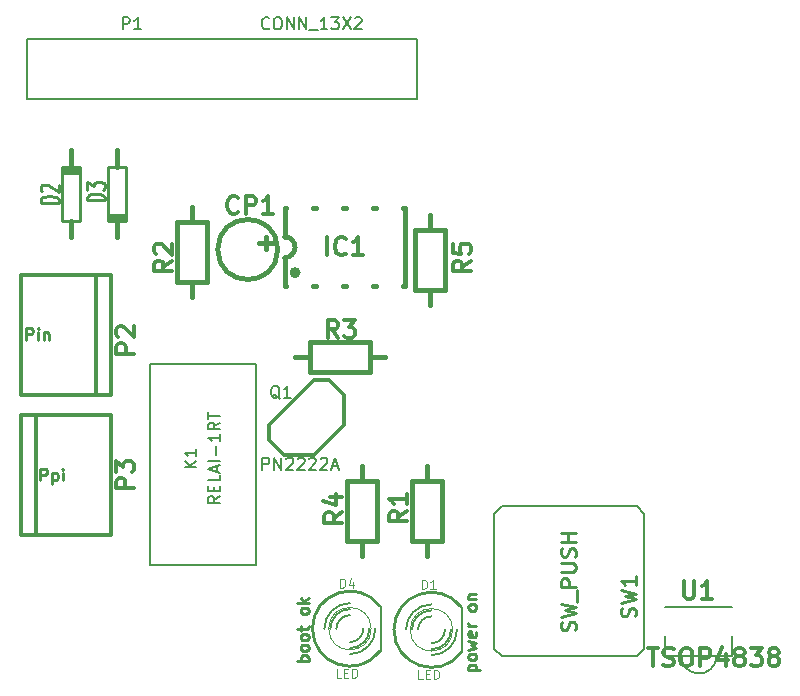
<source format=gto>
%FSLAX46Y46*%
G04 Gerber Fmt 4.6, Leading zero omitted, Abs format (unit mm)*
G04 Created by KiCad (PCBNEW (2014-09-02 BZR 5112)-product) date dim. 28 sept. 2014 14:48:00 CEST*
%MOMM*%
G01*
G04 APERTURE LIST*
%ADD10C,0.150000*%
%ADD11C,0.250000*%
%ADD12C,0.381000*%
%ADD13C,0.203200*%
%ADD14C,0.076200*%
%ADD15C,0.254000*%
%ADD16C,0.152400*%
%ADD17C,0.304800*%
%ADD18C,0.088900*%
G04 APERTURE END LIST*
D10*
D11*
X145647619Y-163852381D02*
X145647619Y-162852381D01*
X146028572Y-162852381D01*
X146123810Y-162900000D01*
X146171429Y-162947619D01*
X146219048Y-163042857D01*
X146219048Y-163185714D01*
X146171429Y-163280952D01*
X146123810Y-163328571D01*
X146028572Y-163376190D01*
X145647619Y-163376190D01*
X146647619Y-163185714D02*
X146647619Y-164185714D01*
X146647619Y-163233333D02*
X146742857Y-163185714D01*
X146933334Y-163185714D01*
X147028572Y-163233333D01*
X147076191Y-163280952D01*
X147123810Y-163376190D01*
X147123810Y-163661905D01*
X147076191Y-163757143D01*
X147028572Y-163804762D01*
X146933334Y-163852381D01*
X146742857Y-163852381D01*
X146647619Y-163804762D01*
X147552381Y-163852381D02*
X147552381Y-163185714D01*
X147552381Y-162852381D02*
X147504762Y-162900000D01*
X147552381Y-162947619D01*
X147600000Y-162900000D01*
X147552381Y-162852381D01*
X147552381Y-162947619D01*
X144447619Y-151952381D02*
X144447619Y-150952381D01*
X144828572Y-150952381D01*
X144923810Y-151000000D01*
X144971429Y-151047619D01*
X145019048Y-151142857D01*
X145019048Y-151285714D01*
X144971429Y-151380952D01*
X144923810Y-151428571D01*
X144828572Y-151476190D01*
X144447619Y-151476190D01*
X145447619Y-151952381D02*
X145447619Y-151285714D01*
X145447619Y-150952381D02*
X145400000Y-151000000D01*
X145447619Y-151047619D01*
X145495238Y-151000000D01*
X145447619Y-150952381D01*
X145447619Y-151047619D01*
X145923809Y-151285714D02*
X145923809Y-151952381D01*
X145923809Y-151380952D02*
X145971428Y-151333333D01*
X146066666Y-151285714D01*
X146209524Y-151285714D01*
X146304762Y-151333333D01*
X146352381Y-151428571D01*
X146352381Y-151952381D01*
X168352381Y-179142858D02*
X167352381Y-179142858D01*
X167733333Y-179142858D02*
X167685714Y-179047620D01*
X167685714Y-178857143D01*
X167733333Y-178761905D01*
X167780952Y-178714286D01*
X167876190Y-178666667D01*
X168161905Y-178666667D01*
X168257143Y-178714286D01*
X168304762Y-178761905D01*
X168352381Y-178857143D01*
X168352381Y-179047620D01*
X168304762Y-179142858D01*
X168352381Y-178095239D02*
X168304762Y-178190477D01*
X168257143Y-178238096D01*
X168161905Y-178285715D01*
X167876190Y-178285715D01*
X167780952Y-178238096D01*
X167733333Y-178190477D01*
X167685714Y-178095239D01*
X167685714Y-177952381D01*
X167733333Y-177857143D01*
X167780952Y-177809524D01*
X167876190Y-177761905D01*
X168161905Y-177761905D01*
X168257143Y-177809524D01*
X168304762Y-177857143D01*
X168352381Y-177952381D01*
X168352381Y-178095239D01*
X168352381Y-177190477D02*
X168304762Y-177285715D01*
X168257143Y-177333334D01*
X168161905Y-177380953D01*
X167876190Y-177380953D01*
X167780952Y-177333334D01*
X167733333Y-177285715D01*
X167685714Y-177190477D01*
X167685714Y-177047619D01*
X167733333Y-176952381D01*
X167780952Y-176904762D01*
X167876190Y-176857143D01*
X168161905Y-176857143D01*
X168257143Y-176904762D01*
X168304762Y-176952381D01*
X168352381Y-177047619D01*
X168352381Y-177190477D01*
X167685714Y-176571429D02*
X167685714Y-176190477D01*
X167352381Y-176428572D02*
X168209524Y-176428572D01*
X168304762Y-176380953D01*
X168352381Y-176285715D01*
X168352381Y-176190477D01*
X168352381Y-174952381D02*
X168304762Y-175047619D01*
X168257143Y-175095238D01*
X168161905Y-175142857D01*
X167876190Y-175142857D01*
X167780952Y-175095238D01*
X167733333Y-175047619D01*
X167685714Y-174952381D01*
X167685714Y-174809523D01*
X167733333Y-174714285D01*
X167780952Y-174666666D01*
X167876190Y-174619047D01*
X168161905Y-174619047D01*
X168257143Y-174666666D01*
X168304762Y-174714285D01*
X168352381Y-174809523D01*
X168352381Y-174952381D01*
X168352381Y-174190476D02*
X167352381Y-174190476D01*
X167971429Y-174095238D02*
X168352381Y-173809523D01*
X167685714Y-173809523D02*
X168066667Y-174190476D01*
X181885714Y-179914286D02*
X182885714Y-179914286D01*
X181933333Y-179914286D02*
X181885714Y-179819048D01*
X181885714Y-179628571D01*
X181933333Y-179533333D01*
X181980952Y-179485714D01*
X182076190Y-179438095D01*
X182361905Y-179438095D01*
X182457143Y-179485714D01*
X182504762Y-179533333D01*
X182552381Y-179628571D01*
X182552381Y-179819048D01*
X182504762Y-179914286D01*
X182552381Y-178866667D02*
X182504762Y-178961905D01*
X182457143Y-179009524D01*
X182361905Y-179057143D01*
X182076190Y-179057143D01*
X181980952Y-179009524D01*
X181933333Y-178961905D01*
X181885714Y-178866667D01*
X181885714Y-178723809D01*
X181933333Y-178628571D01*
X181980952Y-178580952D01*
X182076190Y-178533333D01*
X182361905Y-178533333D01*
X182457143Y-178580952D01*
X182504762Y-178628571D01*
X182552381Y-178723809D01*
X182552381Y-178866667D01*
X181885714Y-178200000D02*
X182552381Y-178009524D01*
X182076190Y-177819047D01*
X182552381Y-177628571D01*
X181885714Y-177438095D01*
X182504762Y-176676190D02*
X182552381Y-176771428D01*
X182552381Y-176961905D01*
X182504762Y-177057143D01*
X182409524Y-177104762D01*
X182028571Y-177104762D01*
X181933333Y-177057143D01*
X181885714Y-176961905D01*
X181885714Y-176771428D01*
X181933333Y-176676190D01*
X182028571Y-176628571D01*
X182123810Y-176628571D01*
X182219048Y-177104762D01*
X182552381Y-176200000D02*
X181885714Y-176200000D01*
X182076190Y-176200000D02*
X181980952Y-176152381D01*
X181933333Y-176104762D01*
X181885714Y-176009524D01*
X181885714Y-175914285D01*
X182552381Y-174676190D02*
X182504762Y-174771428D01*
X182457143Y-174819047D01*
X182361905Y-174866666D01*
X182076190Y-174866666D01*
X181980952Y-174819047D01*
X181933333Y-174771428D01*
X181885714Y-174676190D01*
X181885714Y-174533332D01*
X181933333Y-174438094D01*
X181980952Y-174390475D01*
X182076190Y-174342856D01*
X182361905Y-174342856D01*
X182457143Y-174390475D01*
X182504762Y-174438094D01*
X182552381Y-174533332D01*
X182552381Y-174676190D01*
X181885714Y-173914285D02*
X182552381Y-173914285D01*
X181980952Y-173914285D02*
X181933333Y-173866666D01*
X181885714Y-173771428D01*
X181885714Y-173628570D01*
X181933333Y-173533332D01*
X182028571Y-173485713D01*
X182552381Y-173485713D01*
D12*
X164724000Y-144300000D02*
X164724000Y-143233200D01*
X165232000Y-143792000D02*
X164190600Y-143792000D01*
X165740000Y-144300000D02*
G75*
G03X165740000Y-144300000I-2540000J0D01*
G74*
G01*
D13*
X181344800Y-178405000D02*
X181344800Y-174595000D01*
D14*
X180550051Y-176500000D02*
G75*
G03X180550051Y-176500000I-1796051J0D01*
G74*
G01*
D15*
X181291997Y-174592332D02*
G75*
G03X181294000Y-178405000I-2537997J-1907668D01*
G74*
G01*
D16*
X178754000Y-175357000D02*
G75*
G03X177611000Y-176500000I0J-1143000D01*
G74*
G01*
X178754000Y-177643000D02*
G75*
G03X179897000Y-176500000I0J1143000D01*
G74*
G01*
X178754000Y-174849000D02*
G75*
G03X177103000Y-176500000I0J-1651000D01*
G74*
G01*
X178754000Y-178151000D02*
G75*
G03X180405000Y-176500000I0J1651000D01*
G74*
G01*
X178754000Y-174341000D02*
G75*
G03X176595000Y-176500000I0J-2159000D01*
G74*
G01*
X178754000Y-178659000D02*
G75*
G03X180913000Y-176500000I0J2159000D01*
G74*
G01*
D12*
X148200000Y-141886000D02*
X148200000Y-143283000D01*
X148200000Y-137441000D02*
X148200000Y-135917000D01*
D15*
X147438000Y-137822000D02*
X148962000Y-137822000D01*
X147438000Y-137568000D02*
X148962000Y-137568000D01*
X148200000Y-137314000D02*
X148962000Y-137314000D01*
X148962000Y-137314000D02*
X148962000Y-141886000D01*
X148962000Y-141886000D02*
X147438000Y-141886000D01*
X147438000Y-141886000D02*
X147438000Y-137314000D01*
X147438000Y-137314000D02*
X148200000Y-137314000D01*
D12*
X152100000Y-137314000D02*
X152100000Y-135917000D01*
X152100000Y-141759000D02*
X152100000Y-143283000D01*
D15*
X152862000Y-141378000D02*
X151338000Y-141378000D01*
X152862000Y-141632000D02*
X151338000Y-141632000D01*
X152100000Y-141886000D02*
X151338000Y-141886000D01*
X151338000Y-141886000D02*
X151338000Y-137314000D01*
X151338000Y-137314000D02*
X152862000Y-137314000D01*
X152862000Y-137314000D02*
X152862000Y-141886000D01*
X152862000Y-141886000D02*
X152100000Y-141886000D01*
D13*
X174444800Y-178305000D02*
X174444800Y-174495000D01*
D14*
X173650051Y-176400000D02*
G75*
G03X173650051Y-176400000I-1796051J0D01*
G74*
G01*
D15*
X174391997Y-174492332D02*
G75*
G03X174394000Y-178305000I-2537997J-1907668D01*
G74*
G01*
D16*
X171854000Y-175257000D02*
G75*
G03X170711000Y-176400000I0J-1143000D01*
G74*
G01*
X171854000Y-177543000D02*
G75*
G03X172997000Y-176400000I0J1143000D01*
G74*
G01*
X171854000Y-174749000D02*
G75*
G03X170203000Y-176400000I0J-1651000D01*
G74*
G01*
X171854000Y-178051000D02*
G75*
G03X173505000Y-176400000I0J1651000D01*
G74*
G01*
X171854000Y-174241000D02*
G75*
G03X169695000Y-176400000I0J-2159000D01*
G74*
G01*
X171854000Y-178559000D02*
G75*
G03X174013000Y-176400000I0J2159000D01*
G74*
G01*
D12*
X166320000Y-144989000D02*
X166320000Y-147402000D01*
X166320000Y-143211000D02*
X166320000Y-140798000D01*
X166320000Y-144989000D02*
G75*
G03X167209000Y-144100000I0J889000D01*
G74*
G01*
X167209000Y-144100000D02*
G75*
G03X166320000Y-143211000I-889000J0D01*
G74*
G01*
X167463000Y-146259000D02*
G75*
G03X167463000Y-146259000I-254000J0D01*
G74*
G01*
X176480000Y-147402000D02*
X176353000Y-147402000D01*
X173813000Y-147402000D02*
X174067000Y-147402000D01*
X171273000Y-147402000D02*
X171527000Y-147402000D01*
X168733000Y-147402000D02*
X168987000Y-147402000D01*
X166320000Y-147402000D02*
X166447000Y-147402000D01*
X166320000Y-140798000D02*
X166447000Y-140798000D01*
X176480000Y-140798000D02*
X176353000Y-140798000D01*
X173813000Y-140798000D02*
X174067000Y-140798000D01*
X171273000Y-140798000D02*
X171527000Y-140798000D01*
X168733000Y-140798000D02*
X168987000Y-140798000D01*
X176480000Y-147402000D02*
X176480000Y-140798000D01*
D10*
X163900000Y-154000000D02*
X154900000Y-154000000D01*
X154900000Y-154000000D02*
X154900000Y-171000000D01*
X154900000Y-171000000D02*
X163900000Y-171000000D01*
X163900000Y-171000000D02*
X163900000Y-154000000D01*
D17*
X150340000Y-146420000D02*
X150340000Y-156580000D01*
X151610000Y-146420000D02*
X143990000Y-146420000D01*
X143990000Y-146420000D02*
X143990000Y-156580000D01*
X143990000Y-156580000D02*
X151610000Y-156580000D01*
X151610000Y-156580000D02*
X151610000Y-146420000D01*
X145260000Y-168480000D02*
X145260000Y-158320000D01*
X143990000Y-168480000D02*
X151610000Y-168480000D01*
X151610000Y-168480000D02*
X151610000Y-158320000D01*
X151610000Y-158320000D02*
X143990000Y-158320000D01*
X143990000Y-158320000D02*
X143990000Y-168480000D01*
D12*
X177130000Y-168940000D02*
X177130000Y-163860000D01*
X177130000Y-163860000D02*
X179670000Y-163860000D01*
X179670000Y-163860000D02*
X179670000Y-168940000D01*
X179670000Y-168940000D02*
X177130000Y-168940000D01*
X178400000Y-168940000D02*
X178400000Y-170210000D01*
X178400000Y-163860000D02*
X178400000Y-162590000D01*
X157230000Y-147040000D02*
X157230000Y-141960000D01*
X157230000Y-141960000D02*
X159770000Y-141960000D01*
X159770000Y-141960000D02*
X159770000Y-147040000D01*
X159770000Y-147040000D02*
X157230000Y-147040000D01*
X158500000Y-147040000D02*
X158500000Y-148310000D01*
X158500000Y-141960000D02*
X158500000Y-140690000D01*
X168460000Y-152130000D02*
X173540000Y-152130000D01*
X173540000Y-152130000D02*
X173540000Y-154670000D01*
X173540000Y-154670000D02*
X168460000Y-154670000D01*
X168460000Y-154670000D02*
X168460000Y-152130000D01*
X168460000Y-153400000D02*
X167190000Y-153400000D01*
X173540000Y-153400000D02*
X174810000Y-153400000D01*
X174170000Y-163860000D02*
X174170000Y-168940000D01*
X174170000Y-168940000D02*
X171630000Y-168940000D01*
X171630000Y-168940000D02*
X171630000Y-163860000D01*
X171630000Y-163860000D02*
X174170000Y-163860000D01*
X172900000Y-163860000D02*
X172900000Y-162590000D01*
X172900000Y-168940000D02*
X172900000Y-170210000D01*
X179870000Y-142660000D02*
X179870000Y-147740000D01*
X179870000Y-147740000D02*
X177330000Y-147740000D01*
X177330000Y-147740000D02*
X177330000Y-142660000D01*
X177330000Y-142660000D02*
X179870000Y-142660000D01*
X178600000Y-142660000D02*
X178600000Y-141390000D01*
X178600000Y-147740000D02*
X178600000Y-149010000D01*
D13*
X196115000Y-178750000D02*
X184685000Y-178750000D01*
X184685000Y-178750000D02*
X184050000Y-178115000D01*
X184050000Y-178115000D02*
X184050000Y-166685000D01*
X184050000Y-166685000D02*
X184685000Y-166050000D01*
X184685000Y-166050000D02*
X196115000Y-166050000D01*
X196750000Y-166685000D02*
X196750000Y-178115000D01*
X196750000Y-178115000D02*
X196115000Y-178750000D01*
X196115000Y-166050000D02*
X196750000Y-166685000D01*
X144490000Y-131540000D02*
X177510000Y-131540000D01*
X177510000Y-126460000D02*
X144490000Y-126460000D01*
X144490000Y-126460000D02*
X144490000Y-131540000D01*
X177510000Y-131540000D02*
X177510000Y-126460000D01*
D17*
X168770000Y-155360000D02*
X164960000Y-159170000D01*
X164960000Y-159170000D02*
X164960000Y-160440000D01*
X164960000Y-160440000D02*
X166230000Y-161710000D01*
X166230000Y-161710000D02*
X168770000Y-161710000D01*
X168770000Y-161710000D02*
X171310000Y-159170000D01*
X171310000Y-159170000D02*
X171310000Y-156630000D01*
X171310000Y-156630000D02*
X170040000Y-155360000D01*
X170040000Y-155360000D02*
X168770000Y-155360000D01*
D10*
X201300000Y-180200000D02*
G75*
G03X202900000Y-178800000I100000J1500000D01*
G74*
G01*
X199900000Y-178700000D02*
G75*
G03X201400000Y-180200000I1500000J0D01*
G74*
G01*
X204200000Y-178700000D02*
X204200000Y-177000000D01*
X204200000Y-178700000D02*
X198500000Y-178700000D01*
X198500000Y-178700000D02*
X198500000Y-177000000D01*
X204200000Y-174600000D02*
X198500000Y-174600000D01*
D17*
X162384000Y-141144286D02*
X162311429Y-141216857D01*
X162093715Y-141289429D01*
X161948572Y-141289429D01*
X161730857Y-141216857D01*
X161585715Y-141071714D01*
X161513143Y-140926571D01*
X161440572Y-140636286D01*
X161440572Y-140418571D01*
X161513143Y-140128286D01*
X161585715Y-139983143D01*
X161730857Y-139838000D01*
X161948572Y-139765429D01*
X162093715Y-139765429D01*
X162311429Y-139838000D01*
X162384000Y-139910571D01*
X163037143Y-141289429D02*
X163037143Y-139765429D01*
X163617715Y-139765429D01*
X163762857Y-139838000D01*
X163835429Y-139910571D01*
X163908000Y-140055714D01*
X163908000Y-140273429D01*
X163835429Y-140418571D01*
X163762857Y-140491143D01*
X163617715Y-140563714D01*
X163037143Y-140563714D01*
X165359429Y-141289429D02*
X164488572Y-141289429D01*
X164924000Y-141289429D02*
X164924000Y-139765429D01*
X164778857Y-139983143D01*
X164633715Y-140128286D01*
X164488572Y-140200857D01*
D18*
X177937572Y-173034714D02*
X177937572Y-172272714D01*
X178119000Y-172272714D01*
X178227857Y-172309000D01*
X178300429Y-172381571D01*
X178336714Y-172454143D01*
X178373000Y-172599286D01*
X178373000Y-172708143D01*
X178336714Y-172853286D01*
X178300429Y-172925857D01*
X178227857Y-172998429D01*
X178119000Y-173034714D01*
X177937572Y-173034714D01*
X179098714Y-173034714D02*
X178663286Y-173034714D01*
X178881000Y-173034714D02*
X178881000Y-172272714D01*
X178808429Y-172381571D01*
X178735857Y-172454143D01*
X178663286Y-172490429D01*
X178010143Y-180654714D02*
X177647286Y-180654714D01*
X177647286Y-179892714D01*
X178264143Y-180255571D02*
X178518143Y-180255571D01*
X178627000Y-180654714D02*
X178264143Y-180654714D01*
X178264143Y-179892714D01*
X178627000Y-179892714D01*
X178953572Y-180654714D02*
X178953572Y-179892714D01*
X179135000Y-179892714D01*
X179243857Y-179929000D01*
X179316429Y-180001571D01*
X179352714Y-180074143D01*
X179389000Y-180219286D01*
X179389000Y-180328143D01*
X179352714Y-180473286D01*
X179316429Y-180545857D01*
X179243857Y-180618429D01*
X179135000Y-180654714D01*
X178953572Y-180654714D01*
D15*
X147189429Y-140349904D02*
X145665429Y-140349904D01*
X145665429Y-140107999D01*
X145738000Y-139962857D01*
X145883143Y-139866095D01*
X146028286Y-139817714D01*
X146318571Y-139769333D01*
X146536286Y-139769333D01*
X146826571Y-139817714D01*
X146971714Y-139866095D01*
X147116857Y-139962857D01*
X147189429Y-140107999D01*
X147189429Y-140349904D01*
X145810571Y-139382285D02*
X145738000Y-139333904D01*
X145665429Y-139237142D01*
X145665429Y-138995238D01*
X145738000Y-138898476D01*
X145810571Y-138850095D01*
X145955714Y-138801714D01*
X146100857Y-138801714D01*
X146318571Y-138850095D01*
X147189429Y-139430666D01*
X147189429Y-138801714D01*
X151089429Y-140149904D02*
X149565429Y-140149904D01*
X149565429Y-139907999D01*
X149638000Y-139762857D01*
X149783143Y-139666095D01*
X149928286Y-139617714D01*
X150218571Y-139569333D01*
X150436286Y-139569333D01*
X150726571Y-139617714D01*
X150871714Y-139666095D01*
X151016857Y-139762857D01*
X151089429Y-139907999D01*
X151089429Y-140149904D01*
X149565429Y-139230666D02*
X149565429Y-138601714D01*
X150146000Y-138940380D01*
X150146000Y-138795238D01*
X150218571Y-138698476D01*
X150291143Y-138650095D01*
X150436286Y-138601714D01*
X150799143Y-138601714D01*
X150944286Y-138650095D01*
X151016857Y-138698476D01*
X151089429Y-138795238D01*
X151089429Y-139085523D01*
X151016857Y-139182285D01*
X150944286Y-139230666D01*
D18*
X171037572Y-172934714D02*
X171037572Y-172172714D01*
X171219000Y-172172714D01*
X171327857Y-172209000D01*
X171400429Y-172281571D01*
X171436714Y-172354143D01*
X171473000Y-172499286D01*
X171473000Y-172608143D01*
X171436714Y-172753286D01*
X171400429Y-172825857D01*
X171327857Y-172898429D01*
X171219000Y-172934714D01*
X171037572Y-172934714D01*
X172126143Y-172426714D02*
X172126143Y-172934714D01*
X171944714Y-172136429D02*
X171763286Y-172680714D01*
X172235000Y-172680714D01*
X171110143Y-180554714D02*
X170747286Y-180554714D01*
X170747286Y-179792714D01*
X171364143Y-180155571D02*
X171618143Y-180155571D01*
X171727000Y-180554714D02*
X171364143Y-180554714D01*
X171364143Y-179792714D01*
X171727000Y-179792714D01*
X172053572Y-180554714D02*
X172053572Y-179792714D01*
X172235000Y-179792714D01*
X172343857Y-179829000D01*
X172416429Y-179901571D01*
X172452714Y-179974143D01*
X172489000Y-180119286D01*
X172489000Y-180228143D01*
X172452714Y-180373286D01*
X172416429Y-180445857D01*
X172343857Y-180518429D01*
X172235000Y-180554714D01*
X172053572Y-180554714D01*
D17*
X169912286Y-144789429D02*
X169912286Y-143265429D01*
X171508857Y-144644286D02*
X171436286Y-144716857D01*
X171218572Y-144789429D01*
X171073429Y-144789429D01*
X170855714Y-144716857D01*
X170710572Y-144571714D01*
X170638000Y-144426571D01*
X170565429Y-144136286D01*
X170565429Y-143918571D01*
X170638000Y-143628286D01*
X170710572Y-143483143D01*
X170855714Y-143338000D01*
X171073429Y-143265429D01*
X171218572Y-143265429D01*
X171436286Y-143338000D01*
X171508857Y-143410571D01*
X172960286Y-144789429D02*
X172089429Y-144789429D01*
X172524857Y-144789429D02*
X172524857Y-143265429D01*
X172379714Y-143483143D01*
X172234572Y-143628286D01*
X172089429Y-143700857D01*
D10*
X158852381Y-162738095D02*
X157852381Y-162738095D01*
X158852381Y-162166666D02*
X158280952Y-162595238D01*
X157852381Y-162166666D02*
X158423810Y-162738095D01*
X158852381Y-161214285D02*
X158852381Y-161785714D01*
X158852381Y-161500000D02*
X157852381Y-161500000D01*
X157995238Y-161595238D01*
X158090476Y-161690476D01*
X158138095Y-161785714D01*
X160852381Y-165190476D02*
X160376190Y-165523810D01*
X160852381Y-165761905D02*
X159852381Y-165761905D01*
X159852381Y-165380952D01*
X159900000Y-165285714D01*
X159947619Y-165238095D01*
X160042857Y-165190476D01*
X160185714Y-165190476D01*
X160280952Y-165238095D01*
X160328571Y-165285714D01*
X160376190Y-165380952D01*
X160376190Y-165761905D01*
X160328571Y-164761905D02*
X160328571Y-164428571D01*
X160852381Y-164285714D02*
X160852381Y-164761905D01*
X159852381Y-164761905D01*
X159852381Y-164285714D01*
X160852381Y-163380952D02*
X160852381Y-163857143D01*
X159852381Y-163857143D01*
X160566667Y-163095238D02*
X160566667Y-162619047D01*
X160852381Y-163190476D02*
X159852381Y-162857143D01*
X160852381Y-162523809D01*
X160852381Y-162190476D02*
X159852381Y-162190476D01*
X160471429Y-161714286D02*
X160471429Y-160952381D01*
X160852381Y-159952381D02*
X160852381Y-160523810D01*
X160852381Y-160238096D02*
X159852381Y-160238096D01*
X159995238Y-160333334D01*
X160090476Y-160428572D01*
X160138095Y-160523810D01*
X160852381Y-158952381D02*
X160376190Y-159285715D01*
X160852381Y-159523810D02*
X159852381Y-159523810D01*
X159852381Y-159142857D01*
X159900000Y-159047619D01*
X159947619Y-159000000D01*
X160042857Y-158952381D01*
X160185714Y-158952381D01*
X160280952Y-159000000D01*
X160328571Y-159047619D01*
X160376190Y-159142857D01*
X160376190Y-159523810D01*
X159852381Y-158666667D02*
X159852381Y-158095238D01*
X160852381Y-158380953D02*
X159852381Y-158380953D01*
D17*
X153589429Y-153124857D02*
X152065429Y-153124857D01*
X152065429Y-152544285D01*
X152138000Y-152399143D01*
X152210571Y-152326571D01*
X152355714Y-152254000D01*
X152573429Y-152254000D01*
X152718571Y-152326571D01*
X152791143Y-152399143D01*
X152863714Y-152544285D01*
X152863714Y-153124857D01*
X152210571Y-151673428D02*
X152138000Y-151600857D01*
X152065429Y-151455714D01*
X152065429Y-151092857D01*
X152138000Y-150947714D01*
X152210571Y-150875143D01*
X152355714Y-150802571D01*
X152500857Y-150802571D01*
X152718571Y-150875143D01*
X153589429Y-151746000D01*
X153589429Y-150802571D01*
X153569429Y-164524857D02*
X152045429Y-164524857D01*
X152045429Y-163944285D01*
X152118000Y-163799143D01*
X152190571Y-163726571D01*
X152335714Y-163654000D01*
X152553429Y-163654000D01*
X152698571Y-163726571D01*
X152771143Y-163799143D01*
X152843714Y-163944285D01*
X152843714Y-164524857D01*
X152045429Y-163146000D02*
X152045429Y-162202571D01*
X152626000Y-162710571D01*
X152626000Y-162492857D01*
X152698571Y-162347714D01*
X152771143Y-162275143D01*
X152916286Y-162202571D01*
X153279143Y-162202571D01*
X153424286Y-162275143D01*
X153496857Y-162347714D01*
X153569429Y-162492857D01*
X153569429Y-162928285D01*
X153496857Y-163073428D01*
X153424286Y-163146000D01*
X176689429Y-166454000D02*
X175963714Y-166962000D01*
X176689429Y-167324857D02*
X175165429Y-167324857D01*
X175165429Y-166744285D01*
X175238000Y-166599143D01*
X175310571Y-166526571D01*
X175455714Y-166454000D01*
X175673429Y-166454000D01*
X175818571Y-166526571D01*
X175891143Y-166599143D01*
X175963714Y-166744285D01*
X175963714Y-167324857D01*
X176689429Y-165002571D02*
X176689429Y-165873428D01*
X176689429Y-165438000D02*
X175165429Y-165438000D01*
X175383143Y-165583143D01*
X175528286Y-165728285D01*
X175600857Y-165873428D01*
X156789429Y-145254000D02*
X156063714Y-145762000D01*
X156789429Y-146124857D02*
X155265429Y-146124857D01*
X155265429Y-145544285D01*
X155338000Y-145399143D01*
X155410571Y-145326571D01*
X155555714Y-145254000D01*
X155773429Y-145254000D01*
X155918571Y-145326571D01*
X155991143Y-145399143D01*
X156063714Y-145544285D01*
X156063714Y-146124857D01*
X155410571Y-144673428D02*
X155338000Y-144600857D01*
X155265429Y-144455714D01*
X155265429Y-144092857D01*
X155338000Y-143947714D01*
X155410571Y-143875143D01*
X155555714Y-143802571D01*
X155700857Y-143802571D01*
X155918571Y-143875143D01*
X156789429Y-144746000D01*
X156789429Y-143802571D01*
X170846000Y-151789429D02*
X170338000Y-151063714D01*
X169975143Y-151789429D02*
X169975143Y-150265429D01*
X170555715Y-150265429D01*
X170700857Y-150338000D01*
X170773429Y-150410571D01*
X170846000Y-150555714D01*
X170846000Y-150773429D01*
X170773429Y-150918571D01*
X170700857Y-150991143D01*
X170555715Y-151063714D01*
X169975143Y-151063714D01*
X171354000Y-150265429D02*
X172297429Y-150265429D01*
X171789429Y-150846000D01*
X172007143Y-150846000D01*
X172152286Y-150918571D01*
X172224857Y-150991143D01*
X172297429Y-151136286D01*
X172297429Y-151499143D01*
X172224857Y-151644286D01*
X172152286Y-151716857D01*
X172007143Y-151789429D01*
X171571715Y-151789429D01*
X171426572Y-151716857D01*
X171354000Y-151644286D01*
X171189429Y-166554000D02*
X170463714Y-167062000D01*
X171189429Y-167424857D02*
X169665429Y-167424857D01*
X169665429Y-166844285D01*
X169738000Y-166699143D01*
X169810571Y-166626571D01*
X169955714Y-166554000D01*
X170173429Y-166554000D01*
X170318571Y-166626571D01*
X170391143Y-166699143D01*
X170463714Y-166844285D01*
X170463714Y-167424857D01*
X170173429Y-165247714D02*
X171189429Y-165247714D01*
X169592857Y-165610571D02*
X170681429Y-165973428D01*
X170681429Y-165030000D01*
X182089429Y-145254000D02*
X181363714Y-145762000D01*
X182089429Y-146124857D02*
X180565429Y-146124857D01*
X180565429Y-145544285D01*
X180638000Y-145399143D01*
X180710571Y-145326571D01*
X180855714Y-145254000D01*
X181073429Y-145254000D01*
X181218571Y-145326571D01*
X181291143Y-145399143D01*
X181363714Y-145544285D01*
X181363714Y-146124857D01*
X180565429Y-143875143D02*
X180565429Y-144600857D01*
X181291143Y-144673428D01*
X181218571Y-144600857D01*
X181146000Y-144455714D01*
X181146000Y-144092857D01*
X181218571Y-143947714D01*
X181291143Y-143875143D01*
X181436286Y-143802571D01*
X181799143Y-143802571D01*
X181944286Y-143875143D01*
X182016857Y-143947714D01*
X182089429Y-144092857D01*
X182089429Y-144455714D01*
X182016857Y-144600857D01*
X181944286Y-144673428D01*
D15*
X195994048Y-175363333D02*
X196054524Y-175181905D01*
X196054524Y-174879524D01*
X195994048Y-174758571D01*
X195933571Y-174698095D01*
X195812619Y-174637619D01*
X195691667Y-174637619D01*
X195570714Y-174698095D01*
X195510238Y-174758571D01*
X195449762Y-174879524D01*
X195389286Y-175121428D01*
X195328810Y-175242381D01*
X195268333Y-175302857D01*
X195147381Y-175363333D01*
X195026429Y-175363333D01*
X194905476Y-175302857D01*
X194845000Y-175242381D01*
X194784524Y-175121428D01*
X194784524Y-174819048D01*
X194845000Y-174637619D01*
X194784524Y-174214285D02*
X196054524Y-173911904D01*
X195147381Y-173670000D01*
X196054524Y-173428095D01*
X194784524Y-173125714D01*
X196054524Y-171976666D02*
X196054524Y-172702380D01*
X196054524Y-172339523D02*
X194784524Y-172339523D01*
X194965952Y-172460475D01*
X195086905Y-172581428D01*
X195147381Y-172702380D01*
X190914048Y-176542619D02*
X190974524Y-176361191D01*
X190974524Y-176058810D01*
X190914048Y-175937857D01*
X190853571Y-175877381D01*
X190732619Y-175816905D01*
X190611667Y-175816905D01*
X190490714Y-175877381D01*
X190430238Y-175937857D01*
X190369762Y-176058810D01*
X190309286Y-176300714D01*
X190248810Y-176421667D01*
X190188333Y-176482143D01*
X190067381Y-176542619D01*
X189946429Y-176542619D01*
X189825476Y-176482143D01*
X189765000Y-176421667D01*
X189704524Y-176300714D01*
X189704524Y-175998334D01*
X189765000Y-175816905D01*
X189704524Y-175393571D02*
X190974524Y-175091190D01*
X190067381Y-174849286D01*
X190974524Y-174607381D01*
X189704524Y-174305000D01*
X191095476Y-174123571D02*
X191095476Y-173155952D01*
X190974524Y-172853571D02*
X189704524Y-172853571D01*
X189704524Y-172369762D01*
X189765000Y-172248809D01*
X189825476Y-172188333D01*
X189946429Y-172127857D01*
X190127857Y-172127857D01*
X190248810Y-172188333D01*
X190309286Y-172248809D01*
X190369762Y-172369762D01*
X190369762Y-172853571D01*
X189704524Y-171583571D02*
X190732619Y-171583571D01*
X190853571Y-171523095D01*
X190914048Y-171462619D01*
X190974524Y-171341666D01*
X190974524Y-171099762D01*
X190914048Y-170978809D01*
X190853571Y-170918333D01*
X190732619Y-170857857D01*
X189704524Y-170857857D01*
X190914048Y-170313571D02*
X190974524Y-170132143D01*
X190974524Y-169829762D01*
X190914048Y-169708809D01*
X190853571Y-169648333D01*
X190732619Y-169587857D01*
X190611667Y-169587857D01*
X190490714Y-169648333D01*
X190430238Y-169708809D01*
X190369762Y-169829762D01*
X190309286Y-170071666D01*
X190248810Y-170192619D01*
X190188333Y-170253095D01*
X190067381Y-170313571D01*
X189946429Y-170313571D01*
X189825476Y-170253095D01*
X189765000Y-170192619D01*
X189704524Y-170071666D01*
X189704524Y-169769286D01*
X189765000Y-169587857D01*
X190974524Y-169043571D02*
X189704524Y-169043571D01*
X190309286Y-169043571D02*
X190309286Y-168317857D01*
X190974524Y-168317857D02*
X189704524Y-168317857D01*
D13*
X152630096Y-125649619D02*
X152630096Y-124633619D01*
X153017143Y-124633619D01*
X153113905Y-124682000D01*
X153162286Y-124730381D01*
X153210667Y-124827143D01*
X153210667Y-124972286D01*
X153162286Y-125069048D01*
X153113905Y-125117429D01*
X153017143Y-125165810D01*
X152630096Y-125165810D01*
X154178286Y-125649619D02*
X153597715Y-125649619D01*
X153888001Y-125649619D02*
X153888001Y-124633619D01*
X153791239Y-124778762D01*
X153694477Y-124875524D01*
X153597715Y-124923905D01*
X165015619Y-125552857D02*
X164967238Y-125601238D01*
X164822095Y-125649619D01*
X164725333Y-125649619D01*
X164580191Y-125601238D01*
X164483429Y-125504476D01*
X164435048Y-125407714D01*
X164386667Y-125214190D01*
X164386667Y-125069048D01*
X164435048Y-124875524D01*
X164483429Y-124778762D01*
X164580191Y-124682000D01*
X164725333Y-124633619D01*
X164822095Y-124633619D01*
X164967238Y-124682000D01*
X165015619Y-124730381D01*
X165644572Y-124633619D02*
X165838095Y-124633619D01*
X165934857Y-124682000D01*
X166031619Y-124778762D01*
X166080000Y-124972286D01*
X166080000Y-125310952D01*
X166031619Y-125504476D01*
X165934857Y-125601238D01*
X165838095Y-125649619D01*
X165644572Y-125649619D01*
X165547810Y-125601238D01*
X165451048Y-125504476D01*
X165402667Y-125310952D01*
X165402667Y-124972286D01*
X165451048Y-124778762D01*
X165547810Y-124682000D01*
X165644572Y-124633619D01*
X166515429Y-125649619D02*
X166515429Y-124633619D01*
X167096000Y-125649619D01*
X167096000Y-124633619D01*
X167579810Y-125649619D02*
X167579810Y-124633619D01*
X168160381Y-125649619D01*
X168160381Y-124633619D01*
X168402286Y-125746381D02*
X169176381Y-125746381D01*
X169950476Y-125649619D02*
X169369905Y-125649619D01*
X169660191Y-125649619D02*
X169660191Y-124633619D01*
X169563429Y-124778762D01*
X169466667Y-124875524D01*
X169369905Y-124923905D01*
X170289143Y-124633619D02*
X170918095Y-124633619D01*
X170579429Y-125020667D01*
X170724571Y-125020667D01*
X170821333Y-125069048D01*
X170869714Y-125117429D01*
X170918095Y-125214190D01*
X170918095Y-125456095D01*
X170869714Y-125552857D01*
X170821333Y-125601238D01*
X170724571Y-125649619D01*
X170434286Y-125649619D01*
X170337524Y-125601238D01*
X170289143Y-125552857D01*
X171256762Y-124633619D02*
X171934095Y-125649619D01*
X171934095Y-124633619D02*
X171256762Y-125649619D01*
X172272762Y-124730381D02*
X172321143Y-124682000D01*
X172417905Y-124633619D01*
X172659809Y-124633619D01*
X172756571Y-124682000D01*
X172804952Y-124730381D01*
X172853333Y-124827143D01*
X172853333Y-124923905D01*
X172804952Y-125069048D01*
X172224381Y-125649619D01*
X172853333Y-125649619D01*
X165903238Y-156956381D02*
X165806476Y-156908000D01*
X165709714Y-156811238D01*
X165564571Y-156666095D01*
X165467810Y-156617714D01*
X165371048Y-156617714D01*
X165419429Y-156859619D02*
X165322667Y-156811238D01*
X165225905Y-156714476D01*
X165177524Y-156520952D01*
X165177524Y-156182286D01*
X165225905Y-155988762D01*
X165322667Y-155892000D01*
X165419429Y-155843619D01*
X165612952Y-155843619D01*
X165709714Y-155892000D01*
X165806476Y-155988762D01*
X165854857Y-156182286D01*
X165854857Y-156520952D01*
X165806476Y-156714476D01*
X165709714Y-156811238D01*
X165612952Y-156859619D01*
X165419429Y-156859619D01*
X166822476Y-156859619D02*
X166241905Y-156859619D01*
X166532191Y-156859619D02*
X166532191Y-155843619D01*
X166435429Y-155988762D01*
X166338667Y-156085524D01*
X166241905Y-156133905D01*
X164431048Y-162959619D02*
X164431048Y-161943619D01*
X164818095Y-161943619D01*
X164914857Y-161992000D01*
X164963238Y-162040381D01*
X165011619Y-162137143D01*
X165011619Y-162282286D01*
X164963238Y-162379048D01*
X164914857Y-162427429D01*
X164818095Y-162475810D01*
X164431048Y-162475810D01*
X165447048Y-162959619D02*
X165447048Y-161943619D01*
X166027619Y-162959619D01*
X166027619Y-161943619D01*
X166463048Y-162040381D02*
X166511429Y-161992000D01*
X166608191Y-161943619D01*
X166850095Y-161943619D01*
X166946857Y-161992000D01*
X166995238Y-162040381D01*
X167043619Y-162137143D01*
X167043619Y-162233905D01*
X166995238Y-162379048D01*
X166414667Y-162959619D01*
X167043619Y-162959619D01*
X167430667Y-162040381D02*
X167479048Y-161992000D01*
X167575810Y-161943619D01*
X167817714Y-161943619D01*
X167914476Y-161992000D01*
X167962857Y-162040381D01*
X168011238Y-162137143D01*
X168011238Y-162233905D01*
X167962857Y-162379048D01*
X167382286Y-162959619D01*
X168011238Y-162959619D01*
X168398286Y-162040381D02*
X168446667Y-161992000D01*
X168543429Y-161943619D01*
X168785333Y-161943619D01*
X168882095Y-161992000D01*
X168930476Y-162040381D01*
X168978857Y-162137143D01*
X168978857Y-162233905D01*
X168930476Y-162379048D01*
X168349905Y-162959619D01*
X168978857Y-162959619D01*
X169365905Y-162040381D02*
X169414286Y-161992000D01*
X169511048Y-161943619D01*
X169752952Y-161943619D01*
X169849714Y-161992000D01*
X169898095Y-162040381D01*
X169946476Y-162137143D01*
X169946476Y-162233905D01*
X169898095Y-162379048D01*
X169317524Y-162959619D01*
X169946476Y-162959619D01*
X170333524Y-162669333D02*
X170817333Y-162669333D01*
X170236762Y-162959619D02*
X170575429Y-161943619D01*
X170914095Y-162959619D01*
D17*
X200138857Y-172365429D02*
X200138857Y-173599143D01*
X200211429Y-173744286D01*
X200284000Y-173816857D01*
X200429143Y-173889429D01*
X200719429Y-173889429D01*
X200864571Y-173816857D01*
X200937143Y-173744286D01*
X201009714Y-173599143D01*
X201009714Y-172365429D01*
X202533714Y-173889429D02*
X201662857Y-173889429D01*
X202098285Y-173889429D02*
X202098285Y-172365429D01*
X201953142Y-172583143D01*
X201808000Y-172728286D01*
X201662857Y-172800857D01*
X197075714Y-178065429D02*
X197946571Y-178065429D01*
X197511142Y-179589429D02*
X197511142Y-178065429D01*
X198382000Y-179516857D02*
X198599714Y-179589429D01*
X198962571Y-179589429D01*
X199107714Y-179516857D01*
X199180285Y-179444286D01*
X199252857Y-179299143D01*
X199252857Y-179154000D01*
X199180285Y-179008857D01*
X199107714Y-178936286D01*
X198962571Y-178863714D01*
X198672285Y-178791143D01*
X198527143Y-178718571D01*
X198454571Y-178646000D01*
X198382000Y-178500857D01*
X198382000Y-178355714D01*
X198454571Y-178210571D01*
X198527143Y-178138000D01*
X198672285Y-178065429D01*
X199035143Y-178065429D01*
X199252857Y-178138000D01*
X200196286Y-178065429D02*
X200486572Y-178065429D01*
X200631714Y-178138000D01*
X200776857Y-178283143D01*
X200849429Y-178573429D01*
X200849429Y-179081429D01*
X200776857Y-179371714D01*
X200631714Y-179516857D01*
X200486572Y-179589429D01*
X200196286Y-179589429D01*
X200051143Y-179516857D01*
X199906000Y-179371714D01*
X199833429Y-179081429D01*
X199833429Y-178573429D01*
X199906000Y-178283143D01*
X200051143Y-178138000D01*
X200196286Y-178065429D01*
X201502571Y-179589429D02*
X201502571Y-178065429D01*
X202083143Y-178065429D01*
X202228285Y-178138000D01*
X202300857Y-178210571D01*
X202373428Y-178355714D01*
X202373428Y-178573429D01*
X202300857Y-178718571D01*
X202228285Y-178791143D01*
X202083143Y-178863714D01*
X201502571Y-178863714D01*
X203679714Y-178573429D02*
X203679714Y-179589429D01*
X203316857Y-177992857D02*
X202954000Y-179081429D01*
X203897428Y-179081429D01*
X204695714Y-178718571D02*
X204550572Y-178646000D01*
X204478000Y-178573429D01*
X204405429Y-178428286D01*
X204405429Y-178355714D01*
X204478000Y-178210571D01*
X204550572Y-178138000D01*
X204695714Y-178065429D01*
X204986000Y-178065429D01*
X205131143Y-178138000D01*
X205203714Y-178210571D01*
X205276286Y-178355714D01*
X205276286Y-178428286D01*
X205203714Y-178573429D01*
X205131143Y-178646000D01*
X204986000Y-178718571D01*
X204695714Y-178718571D01*
X204550572Y-178791143D01*
X204478000Y-178863714D01*
X204405429Y-179008857D01*
X204405429Y-179299143D01*
X204478000Y-179444286D01*
X204550572Y-179516857D01*
X204695714Y-179589429D01*
X204986000Y-179589429D01*
X205131143Y-179516857D01*
X205203714Y-179444286D01*
X205276286Y-179299143D01*
X205276286Y-179008857D01*
X205203714Y-178863714D01*
X205131143Y-178791143D01*
X204986000Y-178718571D01*
X205784286Y-178065429D02*
X206727715Y-178065429D01*
X206219715Y-178646000D01*
X206437429Y-178646000D01*
X206582572Y-178718571D01*
X206655143Y-178791143D01*
X206727715Y-178936286D01*
X206727715Y-179299143D01*
X206655143Y-179444286D01*
X206582572Y-179516857D01*
X206437429Y-179589429D01*
X206002001Y-179589429D01*
X205856858Y-179516857D01*
X205784286Y-179444286D01*
X207598572Y-178718571D02*
X207453430Y-178646000D01*
X207380858Y-178573429D01*
X207308287Y-178428286D01*
X207308287Y-178355714D01*
X207380858Y-178210571D01*
X207453430Y-178138000D01*
X207598572Y-178065429D01*
X207888858Y-178065429D01*
X208034001Y-178138000D01*
X208106572Y-178210571D01*
X208179144Y-178355714D01*
X208179144Y-178428286D01*
X208106572Y-178573429D01*
X208034001Y-178646000D01*
X207888858Y-178718571D01*
X207598572Y-178718571D01*
X207453430Y-178791143D01*
X207380858Y-178863714D01*
X207308287Y-179008857D01*
X207308287Y-179299143D01*
X207380858Y-179444286D01*
X207453430Y-179516857D01*
X207598572Y-179589429D01*
X207888858Y-179589429D01*
X208034001Y-179516857D01*
X208106572Y-179444286D01*
X208179144Y-179299143D01*
X208179144Y-179008857D01*
X208106572Y-178863714D01*
X208034001Y-178791143D01*
X207888858Y-178718571D01*
M02*

</source>
